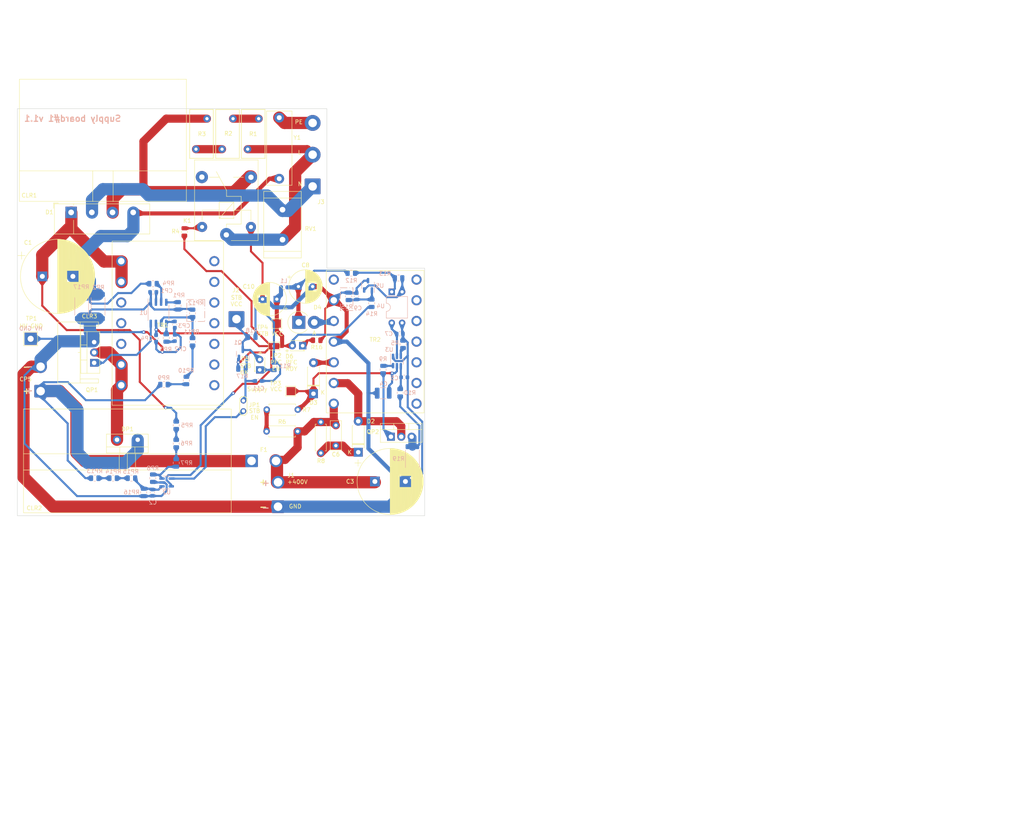
<source format=kicad_pcb>
(kicad_pcb (version 20221018) (generator pcbnew)
  (layers (0 "F.Cu" signal) (31 "B.Cu" signal) (34 "B.Paste" user) (35 "F.Paste" user) (36 "B.SilkS" user "B.Silkscreen") (37 "F.SilkS" user "F.Silkscreen") (38 "B.Mask" user) (39 "F.Mask" user) (44 "Edge.Cuts" user))
  (net 0 "")
  (net 1 "/Input power with filter/VOUT_PRE_PFC")
  (net 2 "/Input power with filter/VOUT_PRE_GND")
  (net 3 "Net-(U2--)")
  (net 4 "/Input power with filter/HV_GND")
  (net 5 "/Input power with filter/OUT_400V")
  (net 6 "Net-(D3-K)")
  (net 7 "Net-(U3-CS)")
  (net 8 "Net-(D2-K)")
  (net 9 "/Standby Supply/FEEDBACK")
  (net 10 "Net-(D4-K)")
  (net 11 "Net-(U5-REF)")
  (net 12 "Net-(D6-A)")
  (net 13 "Net-(JP1-B)")
  (net 14 "Net-(U1-ICOMP)")
  (net 15 "Net-(CP2-Pad1)")
  (net 16 "Net-(U1-VCOMP)")
  (net 17 "/Input power with filter/PFC_VCC")
  (net 18 "Net-(DP1-K)")
  (net 19 "Net-(J3-Pin_1)")
  (net 20 "/Input power with filter/STARTUP_PROTECT_OUT")
  (net 21 "Net-(D2-A)")
  (net 22 "Net-(D3-A)")
  (net 23 "Net-(D4-A)")
  (net 24 "Net-(D5-K)")
  (net 25 "/Standby Supply/V_STANDBY")
  (net 26 "Net-(D6-K)")
  (net 27 "Net-(DP1-A)")
  (net 28 "/Input power with filter/STARTUP_PROTECT_IN")
  (net 29 "Net-(J3-Pin_3)")
  (net 30 "/Input power with filter/PFC_OK#")
  (net 32 "Net-(K1-Pad5)")
  (net 33 "Net-(QP1-G)")
  (net 34 "Net-(QP2-G)")
  (net 35 "Net-(R1-Pad2)")
  (net 36 "Net-(R2-Pad2)")
  (net 37 "Net-(U3-RT)")
  (net 38 "Net-(R6-Pad1)")
  (net 39 "Net-(U3-GATE)")
  (net 40 "Net-(R12-Pad1)")
  (net 41 "Net-(U5-K)")
  (net 42 "Net-(U1-FREQ)")
  (net 43 "Net-(U1-ISENSE)")
  (net 44 "Net-(RP5-Pad2)")
  (net 45 "Net-(RP6-Pad2)")
  (net 46 "/Input power with filter/PFC_PRE_DIV")
  (net 47 "Net-(RP10-Pad1)")
  (net 48 "Net-(RP10-Pad2)")
  (net 49 "/Input power with filter/PFC_VSENSE")
  (net 50 "Net-(RP13-Pad2)")
  (net 51 "Net-(RP14-Pad2)")
  (net 52 "Net-(QP2-S)")
  (footprint "Jumper:SolderJumper-2_P1.3mm_Open_TrianglePad1.0x1.5mm" (layer "F.Cu") (at 126.05 102.3375 180)
    (fp_text reference "JP2")
    (fp_text value "PFC Enable")
  )
  (footprint "Package_TO_SOT_THT:TO-220-3_Vertical" (layer "F.Cu") (at 154.72 124.6)
    (fp_text reference "QP2")
    (fp_text value "STP13NK60Z")
  )
  (footprint "Resistor_SMD:R_0805_2012Metric" (layer "F.Cu") (at 104 74.2875 -90)
    (fp_text reference "R4")
    (fp_text value "50")
  )
  (footprint "TestPoint:TestPoint_Pad_2.0x2.0mm" (layer "F.Cu") (at 126.7 96.8)
    (fp_text reference "TP4")
    (fp_text value "STB VCC")
  )
  (footprint "Diode_THT:Diode_Bridge_Vishay_KBU" (layer "F.Cu") (at 76.1925 69.48)
    (fp_text reference "D1")
    (fp_text value "KBU1010")
  )
  (footprint "MountingHole:MountingHole_2.2mm_M2" (layer "F.Cu") (at 67 72)
    (fp_text reference "H1" hide)
    (fp_text value "MountingHole")
  )
  (footprint "TestPoint:TestPoint_THTPad_3.0x3.0mm_Drill1.5mm" (layer "F.Cu") (at 66.25 100.5375)
    (fp_text reference "TP1")
    (fp_text value "HV GND")
  )
  (footprint "Resistor_THT:R_Axial_DIN0207_L6.3mm_D2.5mm_P7.62mm_Horizontal" (layer "F.Cu") (at 137.5 128.61 90)
    (fp_text reference "R8")
    (fp_text value "220K")
  )
  (footprint "Package_TO_SOT_THT:TO-220-2_Vertical" (layer "F.Cu") (at 92.54 125.3425 180)
    (fp_text reference "DP1")
    (fp_text value "STTH8S06D")
  )
  (footprint "LED_THT:LED_D1.8mm_W3.3mm_H2.4mm" (layer "F.Cu") (at 133.05 102.2375 180)
    (fp_text reference "D6")
    (fp_text value "L-2060YD")
  )
  (footprint "LED_THT:LED_D1.8mm_W3.3mm_H2.4mm" (layer "F.Cu") (at 122.5 108.175 90)
    (fp_text reference "D5")
    (fp_text value "L-2060YD")
  )
  (footprint "Library:HS-184-30" (layer "F.Cu") (at 84 66.7735)
    (fp_text reference "CLR1")
    (fp_text value "HS 184-30@30х41х30mm")
  )
  (footprint "Diode_THT:D_DO-41_SOD81_P7.62mm_Horizontal" (layer "F.Cu") (at 135.7 114.0375 90)
    (fp_text reference "D3")
    (fp_text value "FR107")
  )
  (footprint "Capacitor_THT:CP_Radial_D16.0mm_P7.50mm" (layer "F.Cu") (at 150.787246 135.6)
    (fp_text reference "C3")
    (fp_text value "47 uF@450V")
  )
  (footprint "MountingHole:MountingHole_2.2mm_M2" (layer "F.Cu") (at 119 83)
    (fp_text reference "H2" hide)
    (fp_text value "MountingHole")
  )
  (footprint "Package_TO_SOT_THT:TO-220-3_Vertical" (layer "F.Cu") (at 81.845 106.44 90)
    (fp_text reference "QP1")
    (fp_text value "STP13NK60Z")
  )
  (footprint "Capacitor_THT:CP_Radial_D8.0mm_P3.50mm" (layer "F.Cu") (at 132 87.7)
    (fp_text reference "C8")
    (fp_text value "220 uF@35V")
  )
  (footprint "Resistor_THT:R_Axial_DIN0207_L6.3mm_D2.5mm_P7.62mm_Horizontal" (layer "F.Cu") (at 131.85 117.9375 180)
    (fp_text reference "R7")
    (fp_text value "300K")
  )
  (footprint "TestPoint:TestPoint_Pad_2.0x2.0mm" (layer "F.Cu") (at 130.1 113.4)
    (fp_text reference "TP3")
    (fp_text value "Supply VCC")
  )
  (footprint "Library:ETD34_7x7_vertical" (layer "F.Cu") (at 99.93 96.7075 180)
    (fp_text reference "TR1")
    (fp_text value "ETD 34/17/11@N87@s=3.3mm N27@1mm*2")
  )
  (footprint "Connector_Wire:SolderWire-1.5sqmm_1x02_P6mm_D1.7mm_OD3mm" (layer "F.Cu") (at 127 141.7875 90)
    (fp_text reference "J1")
    (fp_text value "Conn_01x02_Pin")
  )
  (footprint "Connector_Wire:SolderWire-1.5sqmm_1x01_D1.7mm_OD3.9mm" (layer "F.Cu") (at 116.8 95.7)
    (fp_text reference "J2")
    (fp_text value "Conn_01x01_Pin")
  )
  (footprint "Resistor_THT:R_Radial_Power_L16.1mm_W9.0mm_P7.37mm" (layer "F.Cu") (at 128.1 68.815 -90)
    (fp_text reference "RV1")
    (fp_text value "FNR-14K431")
  )
  (footprint "Library:ETD29_7x7_vertical" (layer "F.Cu") (at 150.85 101.2375)
    (fp_text reference "TR2")
    (fp_text value "ETD 29/16/10@N87@s=0.2mm N56/13/9@0.5mm")
  )
  (footprint "MountingHole:MountingHole_2.2mm_M2" (layer "F.Cu") (at 119 124)
    (fp_text reference "H3" hide)
    (fp_text value "MountingHole")
  )
  (footprint "Capacitor_THT:CP_Radial_D18.0mm_P7.50mm" (layer "F.Cu") (at 69.12222 85.2)
    (fp_text reference "C1")
    (fp_text value "100 uF@350V")
  )
  (footprint "Capacitor_THT:C_Disc_D7.0mm_W2.5mm_P5.00mm" (layer "F.Cu") (at 141.2 126.7875 90)
    (fp_text reference "C6")
    (fp_text value "JYC3D101KBY")
  )
  (footprint "Connector_Wire:SolderWire-1.5sqmm_1x03_P7.8mm_D1.7mm_OD3.9mm" (layer "F.Cu") (at 135.5 63.1 90)
    (fp_text reference "J3")
    (fp_text value "CW2B-10A-T")
  )
  (footprint "Connector_Wire:SolderWire-1.5sqmm_1x02_P6mm_D1.7mm_OD3mm" (layer "F.Cu") (at 68.7 113.4 90)
    (fp_text reference "CP5")
    (fp_text value "3300 uF@450V")
  )
  (footprint "Varistor:RV_Disc_D12mm_W5.8mm_P7.5mm" (layer "F.Cu") (at 106.85 53.95 90)
    (fp_text reference "R3")
    (fp_text value "JNR13S500L")
  )
  (footprint "Diode_THT:D_DO-201AD_P3.81mm_Vertical_AnodeUp" (layer "F.Cu") (at 132.095 96.5)
    (fp_text reference "D4")
    (fp_text value "FR303")
  )
  (footprint "Capacitor_THT:C_Rect_L18.0mm_W6.0mm_P15.00mm_FKS3_FKP3" (layer "F.Cu") (at 127.3 46.2 -90)
    (fp_text reference "Y1")
    (fp_text value "B32022A3223M000")
  )
  (footprint "Resistor_SMD:R_0805_2012Metric" (layer "F.Cu") (at 136.5 100.9 180)
    (fp_text reference "R16")
    (fp_text value "1K")
  )
  (footprint "Varistor:RV_Disc_D12mm_W5.8mm_P7.5mm" (layer "F.Cu") (at 119.55 53.95 90)
    (fp_text reference "R1")
    (fp_text value "JNR13S500L")
  )
  (footprint "Connector_Wire:SolderWire-1.5sqmm_1x02_P6mm_D1.7mm_OD3mm" (layer "F.Cu") (at 120.5 130.5375)
    (fp_text reference "F1")
    (fp_text value "C10G4 with fuseholder")
  )
  (footprint "Resistor_THT:R_Axial_DIN0207_L6.3mm_D2.5mm_P7.62mm_Horizontal" (layer "F.Cu") (at 124.19 123.2875)
    (fp_text reference "R6")
    (fp_text value "300K")
  )
  (footprint "TestPoint:TestPoint_2Pads_Pitch2.54mm_Drill0.8mm" (layer "F.Cu") (at 118.5 118.2875 90)
    (fp_text reference "JP1")
    (fp_text value "PFC_VCC_OK#")
  )
  (footprint "Library:HS-077" (layer "F.Cu") (at 77.9 103.9 90)
    (fp_text reference "CLR3")
    (fp_text value "HS077@20x15x10mm")
  )
  (footprint "Relay_THT:Relay_SPDT_SANYOU_SRD_Series_Form_C" (layer "F.Cu") (at 114.3 75 90)
    (fp_text reference "K1")
    (fp_text value "SRD-12VDC-SL-C")
  )
  (footprint "Diode_THT:D_DO-41_SOD81_P7.62mm_Horizontal" (layer "F.Cu") (at 146.7 128.41 90)
    (fp_text reference "D2")
    (fp_text value "FR107")
  )
  (footprint "Library:HS 216-30" (layer "F.Cu") (at 90 130.7875)
    (fp_text reference "CLR2")
    (fp_text value "HS 216-30@30х51х25.5mm")
  )
  (footprint "Varistor:RV_Disc_D12mm_W5.8mm_P7.5mm" (layer "F.Cu") (at 115.95 46.45 -90)
    (fp_text reference "R2")
    (fp_text value "JNR13S500L")
  )
  (footprint "Capacitor_THT:CP_Radial_D8.0mm_P3.50mm" (layer "F.Cu") (at 126.7 90.8 180)
    (fp_text reference "C10")
    (fp_text value "220 uF@35V")
  )
  (footprint "Capacitor_SMD:C_0603_1608Metric" (layer "B.Cu") (at 97.05 100.4375 -90)
    (fp_text reference "CP4")
    (fp_text value "1 uF")
  )
  (footprint "Resistor_SMD:R_0805_2012Metric" (layer "B.Cu") (at 86.5 134.7875)
    (fp_text reference "RP14")
    (fp_text value "750K")
  )
  (footprint "Resistor_SMD:R_0805_2012Metric" (layer "B.Cu") (at 120.55 100.1375 180)
    (fp_text reference "R18")
    (fp_text value "100K")
  )
  (footprint "Resistor_SMD:R_0805_2012Metric" (layer "B.Cu") (at 106 101.2875 90)
    (fp_text reference "RP11")
    (fp_text value "620K")
  )
  (footprint "Resistor_SMD:R_0805_2012Metric" (layer "B.Cu") (at 96.3 87 180)
    (fp_text reference "RP4")
    (fp_text value "220")
  )
  (footprint "Package_DIP:DIP-4_W7.62mm" (layer "B.Cu") (at 154.925 89 -90)
    (fp_text reference "U4")
    (fp_text value "EL817")
  )
  (footprint "Resistor_SMD:R_0805_2012Metric" (layer "B.Cu") (at 157.7 101.9 -90)
    (fp_text reference "R5")
    (fp_text value "62K")
  )
  (footprint "Resistor_SMD:R_2512_6332Metric" (layer "B.Cu") (at 78.8 92.6 -90)
    (fp_text reference "RP17")
    (fp_text value "0.12")
  )
  (footprint "Resistor_SMD:R_0805_2012Metric" (layer "B.Cu") (at 118.15 107.9375 180)
    (fp_text reference "R17")
    (fp_text value "10K")
  )
  (footprint "Resistor_SMD:R_0805_2012Metric" (layer "B.Cu") (at 144.3 90.1 -90)
    (fp_text reference "R15")
    (fp_text value "2K2")
  )
  (footprint "Resistor_SMD:R_0805_2012Metric" (layer "B.Cu") (at 152.8 108.1 90)
    (fp_text reference "R9")
    (fp_text value "33")
  )
  (footprint "Resistor_SMD:R_0805_2012Metric" (layer "B.Cu") (at 150 91.8 -90)
    (fp_text reference "R14")
    (fp_text value "22K")
  )
  (footprint "Resistor_SMD:R_0805_2012Metric" (layer "B.Cu") (at 102.45 92.4375 -90)
    (fp_text reference "RP1")
    (fp_text value "33K")
  )
  (footprint "Resistor_SMD:R_0805_2012Metric" (layer "B.Cu") (at 96.25 134.7875 -90)
    (fp_text reference "RP8")
    (fp_text value "75K")
  )
  (footprint "Resistor_SMD:R_0805_2012Metric" (layer "B.Cu") (at 99 111.7875)
    (fp_text reference "RP9")
    (fp_text value "680K")
  )
  (footprint "Resistor_SMD:R_0805_2012Metric" (layer "B.Cu") (at 102 121.7875 -90)
    (fp_text reference "RP5")
    (fp_text value "750K")
  )
  (footprint "Capacitor_SMD:C_1210_3225Metric" (layer "B.Cu") (at 152.825 113.9)
    (fp_text reference "C4")
    (fp_text value "22 uF")
  )
  (footprint "Package_SO:SO-8_3.9x4.9mm_P1.27mm" (layer "B.Cu") (at 97.65 94.1375 -90)
    (fp_text reference "U1")
    (fp_text value "ICE2PCS01")
  )
  (footprint "Capacitor_SMD:C_0603_1608Metric" (layer "B.Cu") (at 122.2 110.9 180)
    (fp_text reference "C11")
    (fp_text value "100 nF")
  )
  (footprint "Resistor_SMD:R_0805_2012Metric" (layer "B.Cu") (at 156.6 85.6 180)
    (fp_text reference "R13")
    (fp_text value "NOT INSTALLED")
  )
  (footprint "Resistor_SMD:R_0805_2012Metric" (layer "B.Cu") (at 99.55 100.3375 -90)
    (fp_text reference "RP3")
    (fp_text value "10K")
  )
  (footprint "Resistor_SMD:R_0805_2012Metric" (layer "B.Cu") (at 94 138.2875 -90)
    (fp_text reference "RP16")
    (fp_text value "62K")
  )
  (footprint "Inductor_SMD:L_0603_1608Metric" (layer "B.Cu") (at 128.5125 87.9 180)
    (fp_text reference "L1")
    (fp_text value "BLM18EG221SN1D")
  )
  (footprint "Package_TO_SOT_SMD:SOT-23-5" (layer "B.Cu") (at 99.65 135.8375)
    (fp_text reference "U2")
    (fp_text value "TL331")
  )
  (footprint "Capacitor_SMD:C_0603_1608Metric" (layer "B.Cu") (at 158 110 180)
    (fp_text reference "C5")
    (fp_text value "10 nF")
  )
  (footprint "Resistor_SMD:R_0805_2012Metric" (layer "B.Cu") (at 102 126.2875 -90)
    (fp_text reference "RP6")
    (fp_text value "750K")
  )
  (footprint "Package_TO_SOT_SMD:SOT-23-6" (layer "B.Cu") (at 156.2 106 -90)
    (fp_text reference "U3")
    (fp_text value "R7731")
  )
  (footprint "Resistor_SMD:R_2512_6332Metric" (layer "B.Cu") (at 82.8 92.6 -90)
    (fp_text reference "RP2")
    (fp_text value "0.12")
  )
  (footprint "Package_TO_SOT_SMD:SOT-23-3" (layer "B.Cu") (at 149.1 87.4 90)
    (fp_text reference "U5")
    (fp_text value "TL432DBZ")
  )
  (footprint "Resistor_SMD:R_0805_2012Metric" (layer "B.Cu") (at 106 94.2875 90)
    (fp_text reference "RP12")
    (fp_text value "15K")
  )
  (footprint "Resistor_SMD:R_0805_2012Metric" (layer "B.Cu") (at 102 131.0375 -90)
    (fp_text reference "RP7")
    (fp_text value "750K")
  )
  (footprint "Capacitor_SMD:C_0603_1608Metric" (layer "B.Cu") (at 156.9 99.3 180)
    (fp_text reference "C7")
    (fp_text value "10 nF")
  )
  (footprint "Resistor_SMD:R_2512_6332Metric" (layer "B.Cu") (at 160 130 90)
    (fp_text reference "R19")
    (fp_text value "1R")
  )
  (footprint "Capacitor_SMD:C_0603_1608Metric" (layer "B.Cu") (at 96.15 138.3375 -90)
    (fp_text reference "C2")
    (fp_text value "1 uF")
  )
  (footprint "Resistor_SMD:R_0805_2012Metric" (layer "B.Cu") (at 157 113.8 90)
    (fp_text reference "R10")
    (fp_text value "10K")
  )
  (footprint "Resistor_SMD:R_0805_2012Metric" (layer "B.Cu") (at 126 107.3 -90)
    (fp_text reference "R11")
    (fp_text value "1K")
  )
  (footprint "Capacitor_SMD:C_0603_1608Metric" (layer "B.Cu") (at 96.35 89.0375 180)
    (fp_text reference "CP1")
    (fp_text value "100 nF")
  )
  (footprint "Capacitor_SMD:C_0603_1608Metric" (layer "B.Cu") (at 101.65 100.3375 90)
    (fp_text reference "CP2")
    (fp_text value "1 uF")
  )
  (footprint "Capacitor_SMD:C_0603_1608Metric" (layer "B.Cu") (at 146.3 90.1 -90)
    (fp_text reference "C9")
    (fp_text value "10 nF")
  )
  (footprint "Resistor_SMD:R_0805_2012Metric" (layer "B.Cu") (at 91 134.7875)
    (fp_text reference "RP15")
    (fp_text value "750K")
  )
  (footprint "Package_TO_SOT_SMD:SOT-23" (layer "B.Cu") (at 118.35 104.2375 90)
    (fp_text reference "Q1")
    (fp_text value "IRLML5203")
  )
  (footprint "Capacitor_SMD:C_0603_1608Metric" (layer "B.Cu") (at 101.65 97.0375 -90)
    (fp_text reference "CP3")
    (fp_text value "100 nF")
  )
  (footprint "Resistor_SMD:R_0805_2012Metric" (layer "B.Cu") (at 145 84.4 180)
    (fp_text reference "R12")
    (fp_text value "150")
  )
  (footprint "Resistor_SMD:R_0805_2012Metric" (layer "B.Cu") (at 82 134.7875)
    (fp_text reference "RP13")
    (fp_text value "750K")
  )
  (footprint "Resistor_SMD:R_0805_2012Metric" (layer "B.Cu") (at 104.5 110.7875 90)
    (fp_text reference "RP10")
    (fp_text value "680K")
  )
  (gr_rect (start 142.3 88) (end 145.4 93.6) (stroke (width 0.15) (type dash_dot)) (fill none) (layer "B.SilkS"))
  (gr_rect (start 104.6 90.8875) (end 109 96.2875) (stroke (width 0.15) (type dash_dot)) (fill none) (layer "B.SilkS"))
  (gr_line (start 139 44) (end 63 44) (stroke (width 0.1)) (layer "Edge.Cuts"))
  (gr_line (start 63 144) (end 163 144) (stroke (width 0.1)) (layer "Edge.Cuts"))
  (gr_line (start 139 83.2) (end 139 44) (stroke (width 0.1)) (layer "Edge.Cuts"))
  (gr_line (start 163 144) (end 163 83.2) (stroke (width 0.1)) (layer "Edge.Cuts"))
  (gr_line (start 63 44) (end 63 144) (stroke (width 0.1)) (layer "Edge.Cuts"))
  (gr_line (start 163 83.2) (end 139 83.2) (stroke (width 0.1)) (layer "Edge.Cuts"))
  (gr_text "Supply board#1 v1.1" (at 88.6 47.3) (layer "B.SilkS") (effects (font (size 1.5 1.5) (thickness 0.3) bold) (justify left bottom mirror)))
  (gr_text "+" (at 67 114.1) (layer "B.SilkS") (effects (font (size 1.5 1.5) (thickness 0.3) bold) (justify left bottom mirror)))
  (gr_text "-" (at 125.1 142.9) (layer "B.SilkS") (effects (font (size 1.5 1.5) (thickness 0.3) bold) (justify left bottom mirror)))
  (gr_text "+" (at 125.1 136.8) (layer "B.SilkS") (effects (font (size 1.5 1.5) (thickness 0.3) bold) (justify left bottom mirror)))
  (gr_text "-" (at 67 108.2) (layer "B.SilkS") (effects (font (size 1.5 1.5) (thickness 0.3) bold) (justify left bottom mirror)))
  (gr_text "PFC\nRDY" (at 130.3 108.5) (layer "F.SilkS") (effects (font (size 1 1)) (justify bottom)))
  (gr_text "-" (at 66.4 108.3) (layer "F.SilkS") (effects (font (size 1.5 1.5) (thickness 0.3) bold) (justify left bottom mirror)))
  (gr_text "+" (at 124.5 136.6) (layer "F.SilkS") (effects (font (size 1.5 1.5) (thickness 0.3) bold) (justify left bottom mirror)))
  (gr_text "STB\nOK" (at 117.6 109.4) (layer "F.SilkS") (effects (font (size 1 1)) (justify left bottom)))
  (gr_text "GND" (at 129.6 142.2875) (layer "F.SilkS") (effects (font (size 1 1)) (justify left bottom)))
  (gr_text "STB\nEN" (at 121.25 120.45) (layer "F.SilkS") (effects (font (size 1 1)) (justify bottom)))
  (gr_text "+" (at 128.5 104) (layer "F.SilkS") (effects (font (size 1 1)) (justify left bottom)))
  (gr_text "PE" (at 131.05 47.85) (layer "F.SilkS") (effects (font (size 1 1)) (justify left bottom)))
  (gr_text "-" (at 124.5 142.7) (layer "F.SilkS") (effects (font (size 1.5 1.5) (thickness 0.3) bold) (justify left bottom mirror)))
  (gr_text "STB\nVCC" (at 116.8 92.6) (layer "F.SilkS") (effects (font (size 1 1)) (justify bottom)))
  (gr_text "+" (at 66.4 114.2) (layer "F.SilkS") (effects (font (size 1.5 1.5) (thickness 0.3) bold) (justify left bottom mirror)))
  (gr_text "+400V" (at 129.2 136.2875) (layer "F.SilkS") (effects (font (size 1 1)) (justify left bottom)))
  (gr_text "+" (at 121.9 104.5) (layer "F.SilkS") (effects (font (size 1 1)) (justify left bottom)))
  (gr_text "L" (at 131.8 55.35) (layer "F.SilkS") (effects (font (size 1 1)) (justify left bottom)))
  (gr_text "PFC\nEN" (at 126.5 108.5) (layer "F.SilkS") (effects (font (size 1 1)) (justify bottom)))
  (gr_text "N" (at 131.8 63.1) (layer "F.SilkS") (effects (font (size 1 1)) (justify left bottom)))
  (segment (start 69.12222 85.2) (end 69.1 85.17778) (width 3) (layer "F.Cu") (net 1))
  (segment (start 90.6 98.4) (end 93.05 100.85) (width 0.5) (layer "F.Cu") (net 1))
  (segment (start 89.204938 98.4) (end 90.6 98.4) (width 0.5) (layer "F.Cu") (net 1))
  (segment (start 89.197438 98.4075) (end 89.204938 98.4) (width 0.5) (layer "F.Cu") (net 1))
  (segment (start 88.57 81.5475) (end 88.57 86.6275) (width 3) (layer "F.Cu") (net 1))
  (segment (start 93.05 111.1375) (end 99.4 117.4875) (width 0.5) (layer "F.Cu") (net 1))
  (segment (start 84.26 81.5475) (end 76.2425 73.53) (width 3) (layer "F.Cu") (net 1))
  (segment (start 69.1 85.22222) (end 69.1 92.4) (width 0.5) (layer "F.Cu") (net 1))
  (segment (start 76.2425 73.53) (end 76.2425 69.53) (width 3) (layer "F.Cu") (net 1))
  (segment (start 88.57 81.5475) (end 84.26 81.5475) (width 3) (layer "F.Cu") (net 1))
  (segment (start 75.1 98.4) (end 87.795062 98.4) (width 0.5) (layer "F.Cu") (net 1))
  (segment (start 87.795062 98.4) (end 87.802562 98.4075) (width 0.5) (layer "F.Cu") (net 1))
  (segment (start 93.05 100.85) (end 93.05 111.1375) (width 0.5) (layer "F.Cu") (net 1))
  (segment (start 69.1 85.17778) (end 69.1 79.9375) (width 3) (layer "F.Cu") (net 1))
  (segment (start 69.1 79.9375) (end 75.5075 73.53) (width 3) (layer "F.Cu") (net 1))
  (segment (start 87.802562 98.4075) (end 89.197438 98.4075) (width 0.5) (layer "F.Cu") (net 1))
  (segment (start 69.1 92.4) (end 75.1 98.4) (width 0.5) (layer "F.Cu") (net 1))
  (via (at 99.4 117.4875) (size 0.8) (drill 0.4) (layers "F.Cu" "B.Cu") (net 1))
  (segment (start 102 118.7875) (end 102 120.8625) (width 0.5) (layer "B.Cu") (net 1))
  (segment (start 100.7 117.4875) (end 102 118.7875) (width 0.5) (layer "B.Cu") (net 1))
  (segment (start 99.4 117.4875) (end 100.7 117.4875) (width 0.5) (layer "B.Cu") (net 1))
  (segment (start 116.35 69.7375) (end 124.8875 61.2) (width 1) (layer "F.Cu") (net 2))
  (segment (start 124.8875 61.2) (end 127.3 61.2) (width 1) (layer "F.Cu") (net 2))
  (segment (start 91.49 69.7375) (end 116.35 69.7375) (width 1) (layer "F.Cu") (net 2))
  (segment (start 76.62222 82.16528) (end 83.5 75.2875) (width 3) (layer "B.Cu") (net 2))
  (segment (start 87.7 89.3) (end 85.1 91.9) (width 0.5) (layer "B.Cu") (net 2))
  (segment (start 91.4825 73.805) (end 90 75.2875) (width 3) (layer "B.Cu") (net 2))
  (segment (start 95.3875 87) (end 93.2875 87) (width 0.5) (layer "B.Cu") (net 2))
  (segment (start 80.8 89.6375) (end 82.8 89.6375) (width 3) (layer "B.Cu") (net 2))
  (segment (start 90.9875 89.3) (end 87.7 89.3) (width 0.5) (layer "B.Cu") (net 2))
  (segment (start 81.2 91.9) (end 80.8 91.5) (width 0.5) (layer "B.Cu") (net 2))
  (segment (start 78.8 89.6375) (end 80.8 89.6375) (width 3) (layer "B.Cu") (net 2))
  (segment (start 93.2875 87) (end 90.9875 89.3) (width 0.5) (layer "B.Cu") (net 2))
  (segment (start 76.62222 82.16528) (end 76.62222 85.2) (width 3) (layer "B.Cu") (net 2))
  (segment (start 90 75.2875) (end 83.5 75.2875) (width 3) (layer "B.Cu") (net 2))
  (segment (start 79.7 85.2) (end 80.8 86.3) (width 3) (layer "B.Cu") (net 2))
  (segment (start 85.1 91.9) (end 81.2 91.9) (width 0.5) (layer "B.Cu") (net 2))
  (segment (start 91.4825 69.53) (end 91.4825 73.805) (width 3) (layer "B.Cu") (net 2))
  (segment (start 80.8 91.5) (end 80.8 89.6375) (width 0.5) (layer "B.Cu") (net 2))
  (segment (start 76.62222 85.2) (end 79.7 85.2) (width 3) (layer "B.Cu") (net 2))
  (segment (start 80.8 86.3) (end 80.8 89.6375) (width 3) (layer "B.Cu") (net 2))
  (segment (start 92.075 135.45) (end 94 137.375) (width 0.5) (layer "B.Cu") (net 3))
  (segment (start 95.8775 137.375) (end 96.115 137.6125) (width 0.5) (layer "B.Cu") (net 3))
  (segment (start 97.65 137.6125) (end 98.475 136.7875) (width 0.5) (layer "B.Cu") (net 3))
  (segment (start 92.075 134.7875) (end 92.075 135.45) (width 0.5) (layer "B.Cu") (net 3))
  (segment (start 96.115 137.6125) (end 97.65 137.6125) (width 0.5) (layer "B.Cu") (net 3))
  (segment (start 94 137.375) (end 95.8775 137.375) (width 0.5) (layer "B.Cu") (net 3))
  (segment (start 71.75 141.7875) (end 126.75 141.7875) (width 3) (layer "F.Cu") (net 4))
  (segment (start 64.5 109.3) (end 64.5 134.5375) (width 3) (layer "F.Cu") (net 4))
  (segment (start 68.7 107.4) (end 66.4 107.4) (width 3) (layer "F.Cu") (net 4))
  (segment (start 138.6 99.7125) (end 138.6 93.1675) (width 0.5) (layer "F.Cu") (net 4))
  (segment (start 94 98.9) (end 94.9 98.9) (width 0.5) (layer "F.Cu") (net 4))
  (segment (start 120.35 79.05) (end 123.2 81.9) (width 0.5) (layer "F.Cu") (net 4))
  (segment (start 143.85 93.7375) (end 143.85 98.7375) (width 1) (layer "F.Cu") (net 4))
  (segment (start 143.85 98.7375) (end 141.3 101.2875) (width 1) (layer "F.Cu") (net 4))
  (segment (start 141.24 91.1275) (end 143.85 93.7375) (width 1) (layer "F.Cu") (net 4))
  (segment (start 94.9 98.9) (end 98.6 102.6) (width 0.5) (layer "F.Cu") (net 4))
  (segment (start 135.5 87.7) (end 137.3125 87.7) (width 1) (layer "F.Cu") (net 4))
  (segment (start 137.4125 100.9) (end 138.6 99.7125) (width 0.5) (layer "F.Cu") (net 4))
  (segment (start 137.3125 87.7) (end 140.69 91.0775) (width 1) (layer "F.Cu") (net 4))
  (segment (start 138.6 93.1675) (end 140.69 91.0775) (width 0.5) (layer "F.Cu") (net 4))
  (segment (start 64.5 134.5375) (end 71.75 141.7875) (width 3) (layer "F.Cu") (net 4))
  (segment (start 98.6 102.6) (end 98.6 103.8) (width 0.5) (layer "F.Cu") (net 4))
  (segment (start 120.35 72.5375) (end 120.35 79.05) (width 0.5) (layer "F.Cu") (net 4))
  (segment (start 66.4 107.4) (end 64.5 109.3) (width 3) (layer "F.Cu") (net 4))
  (segment (start 123.2 81.9) (end 123.2 90.8) (width 0.5) (layer "F.Cu") (net 4))
  (via (at 98.6 103.8) (size 0.8) (drill 0.4) (layers "F.Cu" "B.Cu") (net 4))
  (via (at 94 98.9) (size 0.8) (drill 0.4) (layers "F.Cu" "B.Cu") (net 4))
  (segment (start 126 106.3875) (end 126 96.5) (width 0.5) (layer "B.Cu") (net 4))
  (segment (start 101.9 103.7875) (end 97.7875 103.7875) (width 0.5) (layer "B.Cu") (net 4))
  (segment (start 101.535 99.5875) (end 102.5 99.5875) (width 0.5) (layer "B.Cu") (net 4))
  (segment (start 149.2 106.5375) (end 143.9 101.2375) (width 1) (layer "B.Cu") (net 4))
  (segment (start 162.4 133.7) (end 162.4 120.9) (width 0.5) (layer "B.Cu") (net 4))
  (segment (start 158.287246 134.350254) (end 159.675 132.9625) (width 2) (layer "B.Cu") (net 4))
  (segment (start 97.1 103.1) (end 97.1 101.2625) (width 0.5) (layer "B.Cu") (net 4))
  (segment (start 157.465 99.09) (end 157.675 99.3) (width 0.5) (layer "B.Cu") (net 4))
  (segment (start 143.9 101.2375) (end 140.69 101.2375) (width 1) (layer "B.Cu") (net 4))
  (segment (start 72.5425 100.5375) (end 73.1525 101.1475) (width 0.5) (layer "B.Cu") (net 4))
  (segment (start 80.8 97.4) (end 80.8 98.9) (width 3) (layer "B.Cu") (net 4))
  (segment (start 80.8 93.8) (end 80.8 95.5625) (width 0.5) (layer "B.Cu") (net 4))
  (segment (start 158.287246 135.8) (end 158.287246 134.350254) (width 2) (layer "B.Cu") (net 4))
  (segment (start 158.287246 135.8) (end 158.287246 138.012754) (width 3) (layer "B.Cu") (net 4))
  (segment (start 158.85 101.45) (end 158.3875 100.9875) (width 0.5) (layer "B.Cu") (net 4))
  (segment (start 103.1 100.1875) (end 103.1 102.5875) (width 0.5) (layer "B.Cu") (net 4))
  (segment (start 66.25 100.5375) (end 72.5425 100.5375) (width 0.5) (layer "B.Cu") (net 4))
  (segment (start 155.25 104.8625) (end 155.25 105.423528) (width 0.5) (layer "B.Cu") (net 4))
  (segment (start 95.745 91.5625) (end 93.98 93.3275) (width 0.5) (layer "B.Cu") (net 4))
  (segment (start 99.65 137.8875) (end 98.375 139.1625) (width 0.5) (layer "B.Cu") (net 4))
  (segment (start 122.2 90.8) (end 123.2 90.8) (width 0.5) (layer "B.Cu") (net 4))
  (segment (start 159.675 132.9625) (end 160 132.9625) (width 2) (layer "B.Cu") (net 4))
  (segment (start 149.3 113.9) (end 149.2 113.8) (width 0.5) (layer "B.Cu") (net 4))
  (segment (start 78.8 95.5625) (end 80.8 95.5625) (width 3) (layer "B.Cu") (net 4))
  (segment (start 130.4 92.8) (end 126 92.8) (width 1) (layer "B.Cu") (net 4))
  (segment (start 68.7 107.4) (end 68.7 105.6) (width 3) (layer "B.Cu") (net 4))
  (segment (start 80.8 98.9) (end 94 98.9) (width 0.5) (layer "B.Cu") (net 4))
  (segment (start 96.3875 135.8375) (end 99.15 135.8375) (width 0.5) (layer "B.Cu") (net 4))
  (segment (start 80.8 95.5625) (end 80.8 97.4) (width 3) (layer "B.Cu") (net 4))
  (segment (start 155.826472 106) (end 157.523528 106) (width 0.5) (layer "B.Cu") (net 4))
  (segment (start 99.65 136.3375) (end 99.65 137.8875) (width 0.5) (layer "B.Cu") (net 4))
  (segment (start 157.465 96.62) (end 157.465 99.09) (width 0.5) (layer "B.Cu") (net 4))
  (segment (start 154.5125 141.7875) (end 126.75 141.7875) (width 3) (layer "B.Cu") (net 4))
  (segment (start 123.2 93.7) (end 123.2 90.8) (width 0.5) (layer "B.Cu") (net 4))
  (segment (start 146.3 89.325) (end 146.3 88.1) (width 0.5) (layer "B.Cu") (net 4))
  (segment (start 97.7875 103.7875) (end 97.1 103.1) (width 0.5) (layer "B.Cu") (net 4))
  (segment (start 157.187246 135.487246) (end 149.2 127.5) (width 1) (layer "B.Cu") (net 4))
  (segment (start 160.3 135.8) (end 162.4 133.7) (width 0.5) (layer "B.Cu") (net 4))
  (segment (start 99.15 135.8375) (end 99.65 136.3375) (width 0.5) (layer "B.Cu") (net 4))
  (segment (start 122.975 110.9) (end 125.8 110.9) (width 0.5) (layer "B.Cu") (net 4))
  (segment (start 81.2725 93.3275) (end 80.8 93.8) (width 0.5) (layer "B.Cu") (net 4))
  (segment (start 146.3 88.1) (end 148.1375 86.2625) (width 0.5) (layer "B.Cu") (net 4))
  (segment (start 158.3875 100.9875) (end 157.7 100.9875) (width 0.5) (layer "B.Cu") (net 4))
  (segment (start 148.1375 86.2625) (end 149.1 86.2625) (width 0.5) (layer "B.Cu") (net 4))
  (segment (start 95.525 89.2875) (end 95.78 89.5425) (width 0.5) (layer "B.Cu") (net 4))
  (segment (start 157.675 99.3) (end 157.675 100.9625) (width 0.5) (layer "B.Cu") (net 4))
  (segment (start 80.8 95.5625) (end 82.8 95.5625) (width 3) (layer "B.Cu") (net 4))
  (segment (start 127.5 107.1) (end 126.7875 106.3875) (width 0.5) (layer "B.Cu") (net 4))
  (segment (start 158.287246 135.8) (end 160.3 135.8) (width 0.5) (layer "B.Cu") (net 4))
  (segment (start 68.7 105.6) (end 73.1525 101.1475) (width 3) (layer "B.Cu") (net 4))
  (segment (start 81.6325 101.1475) (end 73.1525 101.1475) (width 3) (layer "B.Cu") (net 4))
  (segment (start 68.92 107.3675) (end 66.92 107.3675) (width 0.5) (layer "B.Cu") (net 4))
  (segment (start 126 96.5) (end 123.2 93.7) (width 0.5) (layer "B.Cu") (net 4))
  (segment (start 149.2 127.5) (end 149.2 113.8) (width 1) (layer "B.Cu") (net 4))
  (segment (start 77.6625 139.2) (end 94 139.2) (width 0.5) (layer "B.Cu") (net 4))
  (segment (start 64.75 126.2875) (end 77.6625 139.2) (width 0.5) (layer "B.Cu") (net 4))
  (segment (start 94 139.2) (end 96.0775 139.2) (width 0.5) (layer "B.Cu") (net 4))
  (segment (start 162.4 120.9) (end 158.85 117.35) (width 0.5) (layer "B.Cu") (net 4))
  (segment (start 102.5 99.5875) (end 103.1 100.1875) (width 0.5) (layer "B.Cu") (net 4))
  (segment (start 146.3 89.325) (end 144.4375 89.325) (width 0.5) (layer "B.Cu") (net 4))
  (segment (start 157.523528 106) (end 158.85 104.673528) (width 0.5) (layer "B.Cu") (net 4))
  (segment (start 149.2 113.8) (end 149.2 106.5375) (width 1) (layer "B.Cu") (net 4))
  (segment (start 64.75 109.5375) (end 64.75 126.2875) (width 0.5) (layer "B.Cu") (net 4))
  (segment (start 95.78 89.5425) (end 95.78 91.5275) (width 0.5) (layer "B.Cu") (net 4))
  (segment (start 81.6325 99.7325) (end 81.6325 101.1475) (width 3) (layer "B.Cu") (net 4))
  (segment (start 93.98 93.3275) (end 81.2725 93.3275) (width 0.5) (layer "B.Cu") (net 4))
  (segment (start 144.3 89.1875) (end 142.58 89.1875) (width 0.5) (layer "B.Cu") (net 4))
  (segment (start 158.85 117.35) (end 158.85 104.673528) (width 0.5) (layer "B.Cu") (net 4))
  (segment (start 80.8 98.9) (end 81.6325 99.7325) (width 3) (layer "B.Cu") (net 4))
  (segment (start 142.58 89.1875) (end 140.69 91.0775) (width 0.5) (layer "B.Cu") (net 4))
  (segment (start 121.4625 91.5375) (end 122.2 90.8) (width 0.5) (layer "B.Cu") (net 4))
  (segment (start 127.5 109.2) (end 127.5 107.1) (width 0.5) (layer "B.Cu") (net 4))
  (segment (start 103.1 102.5875) (end 101.9 103.7875) (width 0.5) (layer "B.Cu") (net 4))
  (segment (start 157.987246 135.487246) (end 157.187246 135.487246) (width 1) (layer "B.Cu") (net 4))
  (segment (start 101.535 97.9625) (end 101.535 99.5875) (width 0.5) (layer "B.Cu") (net 4))
  (segment (start 66.92 107.3675) (end 64.75 109.5375) (width 0.5) (layer "B.Cu") (net 4))
  (segment (start 125.8 110.9) (end 127.5 109.2) (width 0.5) (layer "B.Cu") (net 4))
  (segment (start 95.745 91.5625) (end 95.745 92.4375) (width 0.5) (layer "B.Cu") (net 4))
  (segment (start 126.7875 106.3875) (end 126 106.3875) (width 0.5) (layer "B.Cu") (net 4))
  (segment (start 151.35 113.9) (end 149.3 113.9) (width 0.5) (layer "B.Cu") (net 4))
  (segment (start 121.4625 100.1375) (end 121.4625 91.5375) (width 0.5) (layer "B.Cu") (net 4))
  (segment (start 96.6575 93.35) (end 102.45 93.35) (width 0.5) (layer "B.Cu") (net 4))
  (segment (start 98.375 139.1625) (end 96.115 139.1625) (width 0.5) (layer "B.Cu") (net 4))
  (segment (start 126 92.8) (end 124 90.8) (width 1) (layer "B.Cu") (net 4))
  (segment (start 158.287246 138.012754) (end 154.5125 141.7875) (width 3) (layer "B.Cu") (net 4))
  (segment (start 102.5 93.2) (end 105.6375 93.2) (width 0.5) (layer "B.Cu") (net 4))
  (segment (start 158.85 104.673528) (end 158.85 101.45) (width 0.5) (layer "B.Cu") (net 4))
  (segment (start 124 90.8) (end 123.2 90.8) (width 1) (layer "B.Cu") (net 4))
  (segment (start 155.25 105.423528) (end 155.826472 106) (width 0.5) (layer "B.Cu") (net 4))
  (segment (start 135.5 87.7) (end 130.4 92.8) (width 1) (layer "B.Cu") (net 4))
  (segment (start 95.745 92.4375) (end 96.6575 93.35) (width 0.5) (layer "B.Cu") (net 4))
  (segment (start 141 120.99) (end 140.69 120.68) (width 2) (layer "F.Cu") (net 5))
  (segment (start 131.81 127.2275) (end 128.75 130.2875) (width 2) (layer "F.Cu") (net 5))
  (segment (start 126.4 130.3875) (end 126.75 130.7375) (width 3) (layer "F.Cu") (net 5))
  (segment (start 140.69 120.68) (end 140.69 116.4775) (width 2) (layer "F.Cu") (net 5))
  (segment (start 137.5 120.99) (end 140.4025 120.99) (width 2) (layer "F.Cu") (net 5))
  (segment (start 126.75 135.7875) (end 150.774746 135.7875) (width 3) (layer "F.Cu") (net 5))
  (segment (start 131.81 123.2875) (end 133.5125 123.2875) (width 2) (layer "F.Cu") (net 5))
  (segment (start 140.4025 120.99) (end 141.2 121.7875) (width 2) (layer "F.Cu") (net 5))
  (segment (start 126.75 130.7375) (end 126.75 135.7875) (width 3) (layer "F.Cu") (net 5))
  (segment (start 135.81 120.99) (end 137.5 120.99) (width 2) (layer "F.Cu") (net 5))
  (segment (start 131.81 123.2875) (end 131.81 127.2275) (width 2) (layer "F.Cu") (net 5))
  (segment (start 133.5125 123.2875) (end 135.81 120.99) (width 2) (layer "F.Cu") (net 5))
  (segment (start 128.75 130.2875) (end 126.685 130.2875) (width 2) (layer "F.Cu") (net 5))
  (segment (start 132.31 117.7875) (end 135.7 114.3975) (width 1) (layer "F.Cu") (net 6))
  (segment (start 135.7 114.0375) (end 135.7 110.3) (width 0.5) (layer "F.Cu") (net 6))
  (segment (start 130.1 113.4) (end 135.0625 113.4) (width 0.5) (layer "F.Cu") (net 6))
  (segment (start 137 109) (end 155 109) (width 0.5) (layer "F.Cu") (net 6))
  (segment (start 135.7 110.3) (end 137 109) (width 0.5) (layer "F.Cu") (net 6))
  (segment (start 131.825 117.7875) (end 132.31 117.7875) (width 1) (layer "F.Cu") (net 6))
  (via (at 155 109) (size 0.8) (drill 0.4) (layers "F.Cu" "B.Cu") (net 6))
  (segment (start 154.3 112.05) (end 154.3 113.9) (width 0.5) (layer "B.Cu") (net 6))
  (segment (start 155.7 109) (end 155 109) (width 0.5) (layer "B.Cu") (net 6))
  (segment (start 156.2 107.1375) (end 156.2 108.5) (width 0.5) (layer "B.Cu") (net 6))
  (segment (start 155 109) (end 155 111.35) (width 0.5) (layer "B.Cu") (net 6))
  (segment (start 155 111.35) (end 154.3 112.05) (width 0.5) (layer "B.Cu") (net 6))
  (segment (start 156.2 108.5) (end 155.7 109) (width 0.5) (layer "B.Cu") (net 6))
  (segment (start 157.15 107.1375) (end 157.15 112.7375) (width 0.5) (layer "B.Cu") (net 7))
  (segment (start 139.3225 126.7875) (end 142.8875 126.7875) (width 2) (layer "F.Cu") (net 8))
  (segment (start 144.51 128.41) (end 146.7 128.41) (width 2) (layer "F.Cu") (net 8))
  (segment (start 137.5 128.61) (end 139.3225 126.7875) (width 2) (layer "F.Cu") (net 8))
  (segment (start 142.8875 126.7875) (end 144.51 128.41) (width 2) (layer "F.Cu") (net 8))
  (segment (start 154.925 96.62) (end 154.925 98.1) (width 0.5) (layer "B.Cu") (net 9))
  (segment (start 156.2 104.8625) (end 156.2 99.375) (width 0.5) (layer "B.Cu") (net 9))
  (segment (start 154.925 98.1) (end 156.125 99.3) (width 0.5) (layer "B.Cu") (net 9))
  (segment (start 132 96.405) (end 132 88.0375) (width 1) (layer "F.Cu") (net 10))
  (segment (start 135.9 83.8) (end 143.4875 83.8) (width 0.5) (layer "B.Cu") (net 10))
  (segment (start 129.3 87.9) (end 131.8 87.9) (width 1) (layer "B.Cu") (net 10))
  (segment (start 132 87.7) (end 135.9 83.8) (width 0.5) (layer "B.Cu") (net 10))
  (segment (start 143.4875 83.8) (end 143.9875 84.3) (width 0.5) (layer "B.Cu") (net 10))
  (segment (start 146.3 90.875) (end 149.9875 90.875) (width 0.5) (layer "B.Cu") (net 11))
  (segment (start 150.05 88.5375) (end 150.05 91.0625) (width 0.5) (layer "B.Cu") (net 11))
  (segment (start 144.3 91.0125) (end 146.1625 91.0125) (width 0.5) (layer "B.Cu") (net 11))
  (segment (start 128 99.8875) (end 126.7 98.5875) (width 1) (layer "F.Cu") (net 12))
  (segment (start 126.725 102.2875) (end 128.1 102.2875) (width 1) (layer "F.Cu") (net 12))
  (segment (start 128 102.1875) (end 128.1 102.2875) (width 0.5) (layer "F.Cu") (net 12))
  (segment (start 126.7 98.5875) (end 126.7 90.8) (width 1) (layer "F.Cu") (net 12))
  (segment (start 128.1 102.2875) (end 130.56 102.2875) (width 0.5) (layer "F.Cu") (net 12))
  (segment (start 128 99.8875) (end 128 102.1875) (width 1) (layer "F.Cu") (net 12))
  (segment (start 127.725 87.9) (end 127.725 89.775) (width 1) (layer "B.Cu") (net 12))
  (segment (start 142.3625 99.5375) (end 149.1875 92.7125) (width 0.5) (layer "B.Cu") (net 12))
  (segment (start 142.3625 99.5375) (end 131.9625 99.5375) (width 0.5) (layer "B.Cu") (net 12))
  (segment (start 130.56 100.94) (end 130.56 102.2875) (width 0.5) (layer "B.Cu") (net 12))
  (segment (start 150 92.7125) (end 149.1875 92.7125) (width 0.5) (layer "B.Cu") (net 12))
  (segment (start 131.9625 99.5375) (end 130.56 100.94) (width 0.5) (layer "B.Cu") (net 12))
  (segment (start 127.725 89.775) (end 126.7 90.8) (width 1) (layer "B.Cu") (net 12))
  (segment (start 121.425 110.9) (end 119 110.9) (width 0.5) (layer "B.Cu") (net 13))
  (segment (start 119 114.9975) (end 118.35 115.6475) (width 0.5) (layer "B.Cu") (net 13))
  (segment (start 119 107.7875) (end 119 110.9) (width 0.5) (layer "B.Cu") (net 13))
  (segment (start 119 110.9) (end 119 114.9975) (width 0.5) (layer "B.Cu") (net 13))
  (segment (start 119.2875 105.225) (end 119.2875 107.5) (width 0.5) (layer "B.Cu") (net 13))
  (segment (start 97.05 91.5875) (end 97.05 89.3125) (width 0.5) (layer "B.Cu") (net 14))
  (segment (start 99.5 101.2875) (end 101.385 101.2875) (width 0.5) (layer "B.Cu") (net 15))
  (segment (start 99.88 96.3875) (end 101.51 96.3875) (width 0.5) (layer "B.Cu") (net 16))
  (segment (start 99.6 99.3625) (end 99.6 96.7475) (width 0.5) (layer "B.Cu") (net 16))
  (segment (start 99.555 96.7125) (end 99.88 96.3875) (width 0.5) (layer "B.Cu") (net 16))
  (segment (start 97.1 98.2875) (end 97.4 98.2875) (width 0.5) (layer "F.Cu") (net 17))
  (segment (start 120.1 103.9) (end 123.7625 103.9) (width 0.5) (layer "F.Cu") (net 17))
  (segment (start 119.2 99.2) (end 122.3375 102.3375) (width 0.5) (layer "F.Cu") (net 17))
  (segment (start 123.7625 103.9) (end 125.325 102.3375) (width 0.5) (layer "F.Cu") (net 17))
  (segment (start 125.325 108.05) (end 125.325 102.3375) (width 0.5) (layer "F.Cu") (net 17))
  (segment (start 104 75.2) (end 104 78.5) (width 0.5) (layer "F.Cu") (net 17))
  (segment (start 121.775 111.6) (end 125.325 108.05) (width 0.5) (layer "F.Cu") (net 17))
  (segment (start 120.5 97.5125) (end 125.275 102.2875) (width 0.5) (layer "F.Cu") (net 17))
  (segment (start 97.4 98.2875) (end 98.3125 99.2) (width 0.5) (layer "F.Cu") (net 17))
  (segment (start 113.1 83.9) (end 120.5 91.3) (width 0.5) (layer "F.Cu") (net 17))
  (segment (start 104 78.5) (end 109.4 83.9) (width 0.5) (layer "F.Cu") (net 17))
  (segment (start 109.4 83.9) (end 113.1 83.9) (width 0.5) (layer "F.Cu") (net 17))
  (segment (start 122.3375 102.3375) (end 125.325 102.3375) (width 0.5) (layer "F.Cu") (net 17))
  (segment (start 117.25 106.2875) (end 117.7125 106.2875) (width 0.5) (layer "F.Cu") (net 17))
  (segment (start 116 113.9) (end 118.3 111.6) (width 0.5) (layer "F.Cu") (net 17))
  (segment (start 120.5 91.3) (end 120.5 97.5125) (width 0.5) (layer "F.Cu") (net 17))
  (segment (start 118.3 111.6) (end 121.775 111.6) (width 0.5) (layer "F.Cu") (net 17))
  (segment (start 117.7125 106.2875) (end 120.1 103.9) (width 0.5) (layer "F.Cu") (net 17))
  (segment (start 98.3125 99.2) (end 119.2 99.2) (width 0.5) (layer "F.Cu") (net 17))
  (via (at 97.1 98.2875) (size 0.8) (drill 0.4) (layers "F.Cu" "B.Cu") (net 17))
  (via (at 116 113.9) (size 0.8) (drill 0.4) (layers "F.Cu" "B.Cu") (net 17))
  (via (at 117.25 106.2875) (size 0.8) (drill 0.4) (layers "F.Cu" "B.Cu") (net 17))
  (segment (start 100.088972 134.0375) (end 99.6375 134.488972) (width 0.5) (layer "B.Cu") (net 17))
  (segment (start 116 113.9) (end 115.9 113.9) (width 0.5) (layer "B.Cu") (net 17))
  (segment (start 99.6375 135.286028) (end 100.75 136.398528) (width 0.5) (layer "B.Cu") (net 17))
  (segment (start 97.1 96.7875) (end 97.05 96.7375) (width 0.5) (layer "B.Cu") (net 17))
  (segment (start 108 121.8) (end 108 131.5375) (width 0.5) (layer "B.Cu") (net 17))
  (segment (start 108 131.5375) (end 105.5 134.0375) (width 0.5) (layer "B.Cu") (net 17))
  (segment (start 99.6375 134.488972) (end 99.6375 135.286028) (width 0.5) (layer "B.Cu") (net 17))
  (segment (start 100.75 136.398528) (end 100.75 136.7875) (width 0.5) (layer "B.Cu") (net 17))
  (segment (start 105.5 134.0375) (end 100.088972 134.0375) (width 0.5) (layer "B.Cu") (net 17))
  (segment (start 115.9 113.9) (end 108 121.8) (width 0.5) (layer "B.Cu") (net 17))
  (segment (start 97.1 98.2875) (end 97.1 96.7875) (width 0.5) (layer "B.Cu") (net 17))
  (segment (start 117.175 105.4375) (end 117.3875 105.225) (width 0.5) (layer "B.Cu") (net 17))
  (segment (start 117.175 107.7875) (end 117.175 105.4375) (width 0.5) (layer "B.Cu") (net 17))
  (segment (start 97.1 99.7125) (end 97.1 98.2875) (width 0.5) (layer "B.Cu") (net 17))
  (segment (start 70 113.3675) (end 73.33 113.3675) (width 3) (layer "F.Cu") (net 18))
  (segment (start 77.5 128.5375) (end 79.5625 130.6) (width 3) (layer "F.Cu") (net 18))
  (segment (start 77.5 117.5375) (end 77.5 128.5375) (width 3) (layer "F.Cu") (net 18))
  (segment (start 73.33 113.3675) (end 77.5 117.5375) (width 3) (layer "F.Cu") (net 18))
  (segment (start 79.5625 130.6) (end 119.9625 130.6) (width 3) (layer "F.Cu") (net 18))
  (segment (start 79.7 134.7875) (end 80.9275 134.7875) (width 0.5) (layer "B.Cu") (net 18))
  (segment (start 75.35 121.35) (end 75.35 130.4375) (width 0.5) (layer "B.Cu") (net 18))
  (segment (start 75.4 111.2) (end 79.8375 115.6375) (width 0.5) (layer "B.Cu") (net 18))
  (segment (start 79.8375 115.6375) (end 94.325 115.6375) (width 0.5) (layer "B.Cu") (net 18))
  (segment (start 75.35 130.4375) (end 79.7 134.7875) (width 0.5) (layer "B.Cu") (net 18))
  (segment (start 68.7 113.4) (end 68.7 112) (width 0.5) (layer "B.Cu") (net 18))
  (segment (start 69.5 111.2) (end 75.4 111.2) (width 0.5) (layer "B.Cu") (net 18))
  (segment (start 89.5 131.0375) (end 92.54 127.9975) (width 3) (layer "B.Cu") (net 18))
  (segment (start 68.7 114.7) (end 75.35 121.35) (width 0.5) (layer "B.Cu") (net 18))
  (segment (start 73.08 113.3675) (end 77.75 118.0375) (width 3) (layer "B.Cu") (net 18))
  (segment (start 92.54 127.9975) (end 92.54 125.3425) (width 3) (layer "B.Cu") (net 18))
  (segment (start 94.325 115.6375) (end 98.0875 111.875) (width 0.5) (layer "B.Cu") (net 18))
  (segment (start 68.7 113.4) (end 68.7 114.7) (width 0.5) (layer "B.Cu") (net 18))
  (segment (start 68.7 112) (end 69.5 111.2) (width 0.5) (layer "B.Cu") (net 18))
  (segment (start 68.7325 113.3675) (end 73.08 113.3675) (width 3) (layer "B.Cu") (net 18))
  (segment (start 80.25 131.0375) (end 89.5 131.0375) (width 3) (layer "B.Cu") (net 18))
  (segment (start 77.75 128.5375) (end 80.25 131.0375) (width 3) (layer "B.Cu") (net 18))
  (segment (start 77.75 118.0375) (end 77.75 128.5375) (width 3) (layer "B.Cu") (net 18))
  (segment (start 124.3225 65.3375) (end 128.1 69.115) (width 3) (layer "B.Cu") (net 19))
  (segment (start 128.1 69.115) (end 129.485 69.115) (width 3) (layer "B.Cu") (net 19))
  (segment (start 81.3225 66.465) (end 84 63.7875) (width 3) (layer "B.Cu") (net 19))
  (segment (start 81.3225 69.53) (end 81.3225 66.465) (width 3) (layer "B.Cu") (net 19))
  (segment (start 95.3 65.3375) (end 124.3225 65.3375) (width 3) (layer "B.Cu") (net 19))
  (segment (start 84 63.7875) (end 93.75 63.7875) (width 3) (layer "B.Cu") (net 19))
  (segment (start 129.485 69.115) (end 135.5 63.1) (width 3) (layer "B.Cu") (net 19))
  (segment (start 93.75 63.7875) (end 95.3 65.3375) (width 3) (layer "B.Cu") (net 19))
  (segment (start 99.55 46.45) (end 93.95 52.05) (width 2) (layer "F.Cu") (net 20))
  (segment (start 120.0375 60.65) (end 116.64375 64.04375) (width 3) (layer "F.Cu") (net 20))
  (segment (start 120.35 60.65) (end 120.0375 60.65) (width 3) (layer "F.Cu") (net 20))
  (segment (start 93.95 52.05) (end 93.95 63.8375) (width 2) (layer "F.Cu") (net 20))
  (segment (start 109.55 46.45) (end 99.55 46.45) (width 2) (layer "F.Cu") (net 20))
  (segment (start 88.65 63.8375) (end 86.4025 66.085) (width 3) (layer "F.Cu") (net 20))
  (segment (start 86.4025 66.085) (end 86.4025 69.53) (width 3) (layer "F.Cu") (net 20))
  (segment (start 116.64375 64.04375) (end 116.1875 64.5) (width 3) (layer "F.Cu") (net 20))
  (segment (start 116.1875 64.5) (end 94.6125 64.5) (width 3) (layer "F.Cu") (net 20))
  (segment (start 94.6125 64.5) (end 93.95 63.8375) (width 3) (layer "F.Cu") (net 20))
  (segment (start 93.95 63.8375) (end 88.65 63.8375) (width 3) (layer "F.Cu") (net 20))
  (segment (start 146.7 120.79) (end 156.0625 120.79) (width 2) (layer "F.Cu") (net 21))
  (segment (start 156.0625 120.79) (end 157.26 121.9875) (width 2) (layer "F.Cu") (net 21))
  (segment (start 157.26 121.9875) (end 157.26 124.6) (width 2) (layer "F.Cu") (net 21))
  (segment (start 146.7 114.0375) (end 146.7 120.79) (width 2) (layer "F.Cu") (net 21))
  (segment (start 144.11 111.4475) (end 146.7 114.0375) (width 2) (layer "F.Cu") (net 21))
  (segment (start 140.565 111.4475) (end 144.11 111.4475) (width 2) (layer "F.Cu") (net 21))
  (segment (start 135.7 106.4175) (end 140.59 106.4175) (width 1) (layer "F.Cu") (net 22))
  (segment (start 135.905 96.5) (end 140.3475 96.5) (width 1) (layer "B.Cu") (net 23))
  (segment (start 122.5 108.175) (end 125.9625 108.175) (width 0.5) (layer "B.Cu") (net 24))
  (segment (start 119.5875 100.0875) (end 116.8 97.3) (width 0.5) (layer "B.Cu") (net 25))
  (segment (start 118.35 103.3) (end 120.165 103.3) (width 0.5) (layer "B.Cu") (net 25))
  (segment (start 118.3375 101.3375) (end 119.5875 100.0875) (width 0.5) (layer "B.Cu") (net 25))
  (segment (start 118.3375 103.35) (end 118.3375 101.3375) (width 0.5) (layer "B.Cu") (net 25))
  (segment (start 120.165 103.3) (end 122.5 105.635) (width 0.5) (layer "B.Cu") (net 25))
  (segment (start 133.05 102.05) (end 134.2 100.9) (width 0.5) (layer "F.Cu") (net 26))
  (segment (start 134.2 100.9) (end 135.5875 100.9) (width 0.5) (layer "F.Cu") (net 26))
  (segment (start 87.46 125.3425) (end 87.46 113.1375) (width 3) (layer "F.Cu") (net 27))
  (segment (start 87.46 113.1375) (end 88.57 112.0275) (width 3) (layer "F.Cu") (net 27))
  (segment (start 85.5325 103.9) (end 88.5 106.8675) (width 3) (layer "F.Cu") (net 27))
  (segment (start 88.57 106.9475) (end 88.57 112.0275) (width 3) (layer "F.Cu") (net 27))
  (segment (start 83.7 103.9) (end 85.5325 103.9) (width 3) (layer "F.Cu") (net 27))
  (segment (start 83.7 103.9) (end 81.845 103.9) (width 2) (layer "F.Cu") (net 27))
  (segment (start 131.2 73.085) (end 128.1 76.185) (width 3) (layer "F.Cu") (net 28))
  (segment (start 135.5 55.3) (end 131.2 59.6) (width 3) (layer "F.Cu") (net 28))
  (segment (start 135.5 55.3) (end 134.15 53.95) (width 2) (layer "F.Cu") (net 28))
  (segment (start 134.15 53.95) (end 119.55 53.95) (width 2) (layer "F.Cu") (net 28))
  (segment (start 131.2 59.6) (end 131.2 73.085) (width 3) (layer "F.Cu") (net 28))
  (segment (start 128.1 76.185) (end 115.685 76.185) (width 3) (layer "B.Cu") (net 28))
  (segment (start 115.685 76.185) (end 114.3 74.8) (width 3) (layer "B.Cu") (net 28))
  (segment (start 128.6 47.5) (end 127.3 46.2) (width 3) (layer "F.Cu") (net 29))
  (segment (start 135.5375 47.5) (end 128.6 47.5) (width 3) (layer "F.Cu") (net 29))
  (segment (start 116.75 119.7875) (end 118.35 118.1875) (width 0.5) (layer "B.Cu") (net 30))
  (segment (start 109.25 122.0375) (end 111.5 119.7875) (width 0.5) (layer "B.Cu") (net 30))
  (segment (start 100.75 134.8875) (end 106.4 134.8875) (width 0.5) (layer "B.Cu") (net 30))
  (segment (start 111.5 119.7875) (end 116.75 119.7875) (width 0.5) (layer "B.Cu") (net 30))
  (segment (start 109.25 132.0375) (end 109.25 122.0375) (width 0.5) (layer "B.Cu") (net 30))
  (segment (start 106.4 134.8875) (end 109.25 132.0375) (width 0.5) (layer "B.Cu") (net 30))
  (segment (start 104 73.375) (end 107.825 73.375) (width 0.5) (layer "F.Cu") (net 32))
  (segment (start 81.845 106.44) (end 84.06 106.44) (width 0.5) (layer "B.Cu") (net 33))
  (segment (start 84.06 106.44) (end 86 104.5) (width 0.5) (layer "B.Cu") (net 33))
  (segment (start 92.3 104.5) (end 95.745 101.055) (width 0.5) (layer "B.Cu") (net 33))
  (segment (start 95.745 101.055) (end 95.745 96.7125) (width 0.5) (layer "B.Cu") (net 33))
  (segment (start 86 104.5) (end 92.3 104.5) (width 0.5) (layer "B.Cu") (net 33))
  (segment (start 154.5 124.38) (end 152.9 122.78) (width 0.5) (layer "B.Cu") (net 34))
  (segment (start 152.9 122.78) (end 152.9 109.1125) (width 0.5) (layer "B.Cu") (net 34))
  (segment (start 115.95 46.45) (end 122.25 46.45) (width 2) (layer "F.Cu") (net 35))
  (segment (start 106.85 53.95) (end 113.25 53.95) (width 2) (layer "F.Cu") (net 36))
  (segment (start 157.15 103.3625) (end 157.7 102.8125) (width 0.5) (layer "B.Cu") (net 37))
  (segment (start 157.15 104.8625) (end 157.15 103.3625) (width 0.5) (layer "B.Cu") (net 37))
  (segment (start 124.205 117.7875) (end 124.205 123.2725) (width 1) (layer "F.Cu") (net 38))
  (segment (start 152.8 107.1875) (end 155.2 107.1875) (width 0.5) (layer "B.Cu") (net 39))
  (segment (start 154.3875 84.3) (end 155.6875 85.6) (width 0.5) (layer "B.Cu") (net 40))
  (segment (start 146.0125 84.3) (end 154.3875 84.3) (width 0.5) (layer "B.Cu") (net 40))
  (segment (start 155.6875 85.6) (end 155.6875 88.2375) (width 0.5) (layer "B.Cu") (net 40))
  (segment (start 155.6875 88.2375) (end 154.925 89) (width 0.5) (layer "B.Cu") (net 40))
  (segment (start 148.15 88.5375) (end 149.2625 87.425) (width 0.5) (layer "B.Cu") (net 41))
  (segment (start 157.5125 85.6) (end 157.5125 88.9525) (width 0.5) (layer "B.Cu") (net 41))
  (segment (start 153.725 90.3) (end 156.165 90.3) (width 0.5) (layer "B.Cu") (net 41))
  (segment (start 149.2625 87.425) (end 150.85 87.425) (width 0.5) (layer "B.Cu") (net 41))
  (segment (start 156.165 90.3) (end 157.465 89) (width 0.5) (layer "B.Cu") (net 41))
  (segment (start 150.85 87.425) (end 153.725 90.3) (width 0.5) (layer "B.Cu") (net 41))
  (segment (start 99.59 91.5875) (end 102.2875 91.5875) (width 0.5) (layer "B.Cu") (net 42))
  (segment (start 97.1625 86.95) (end 98.32 88.1075) (width 0.5) (layer "B.Cu") (net 43))
  (segment (start 98.32 88.1075) (end 98.32 91.5875) (width 0.5) (layer "B.Cu") (net 43))
  (segment (start 102 122.6875) (end 102 125.4625) (width 0.5) (layer "B.Cu") (net 44))
  (segment (start 102 127.2875) (end 102 130.175) (width 0.5) (layer "B.Cu") (net 45))
  (segment (start 98.475 134.7475) (end 97.8825 134.155) (width 0.5) (layer "B.Cu") (net 46))
  (segment (start 98.475 134.8875) (end 98.475 134.7475) (width 0.5) (layer "B.Cu") (net 46))
  (segment (start 102 132) (end 100.0375 132) (width 0.5) (layer "B.Cu") (net 46))
  (segment (start 97.8825 134.155) (end 97.7025 133.975) (width 0.5) (layer "B.Cu") (net 46))
  (segment (start 100.0375 132) (end 98.0625 133.975) (width 0.5) (layer "B.Cu") (net 46))
  (segment (start 97.7025 133.975) (end 96.35 133.975) (width 0.5) (layer "B.Cu") (net 46))
  (segment (start 98.0625 133.975) (end 97.7025 133.975) (width 0.5) (layer "B.Cu") (net 46))
  (segment (start 104.5 111.7) (end 100.0875 111.7) (width 0.5) (layer "B.Cu") (net 47))
  (segment (start 106 102.2875) (end 106 108.375) (width 0.5) (layer "B.Cu") (net 48))
  (segment (start 106 108.375) (end 104.5 109.875) (width 0.5) (layer "B.Cu") (net 48))
  (segment (start 98.32 96.283972) (end 98.32 95.9675) (width 0.5) (layer "B.Cu") (net 49))
  (segment (start 99 95.2875) (end 105.9 95.2875) (width 0.5) (layer "B.Cu") (net 49))
  (segment (start 98.32 95.9675) (end 99 95.2875) (width 0.5) (layer "B.Cu") (net 49))
  (segment (start 106 95.3875) (end 106 100.4625) (width 0.5) (layer "B.Cu") (net 49))
  (segment (start 82.7525 134.7875) (end 85.66 134.7875) (width 0.5) (layer "B.Cu") (net 50))
  (segment (start 87.485 134.7875) (end 90.25 134.7875) (width 0.5) (layer "B.Cu") (net 51))
  (segment (start 157 114.7125) (end 157 117.2) (width 0.5) (layer "B.Cu") (net 52))
  (segment (start 160 127.0375) (end 160 124.8) (width 2) (layer "B.Cu") (net 52))
  (segment (start 161.7 126.5) (end 161.1625 127.0375) (width 0.5) (layer "B.Cu") (net 52))
  (segment (start 157 117.2) (end 161.7 121.9) (width 0.5) (layer "B.Cu") (net 52))
  (segment (start 161.7 121.9) (end 161.7 126.5) (width 0.5) (layer "B.Cu") (net 52))
  (segment (start 160 124.8) (end 159.8 124.6) (width 2) (layer "B.Cu") (net 52))
)
</source>
